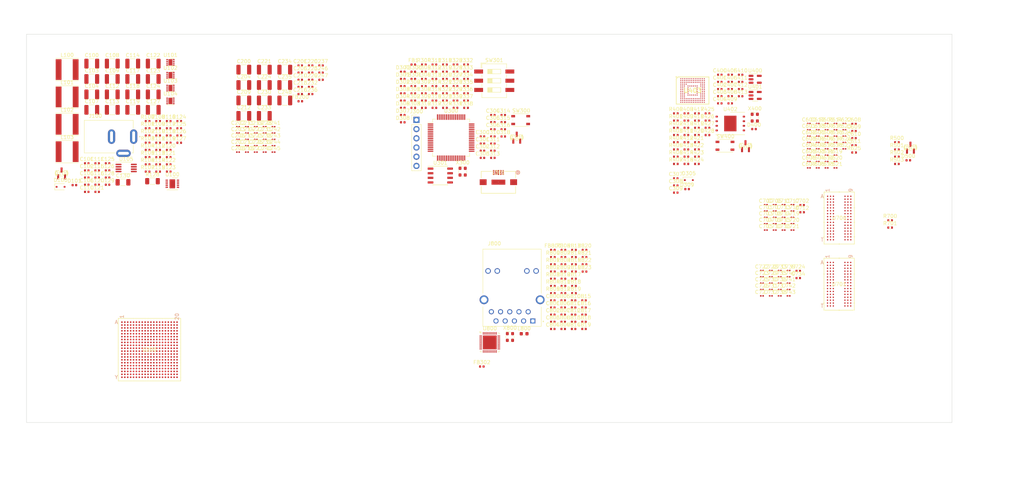
<source format=kicad_pcb>
(kicad_pcb (version 20240108) (generator "pcbnew") (generator_version "8.0")
  (layers (0 "F.Cu" signal) (31 "B.Cu" signal) (34 "B.Paste" user) (35 "F.Paste" user) (36 "B.SilkS" user "B.Silkscreen") (37 "F.SilkS" user "F.Silkscreen") (38 "B.Mask" user) (39 "F.Mask" user) (44 "Edge.Cuts" user))
  (net 0 "")
  (net 1 "VCC")
  (net 2 "GND")
  (net 3 "PWR_EN")
  (net 4 "/[1] Power/EFUSE_SS")
  (net 5 "+5V")
  (net 6 "/[1] Power/PG_1V0")
  (net 7 "+1V0")
  (net 8 "/[1] Power/FB_1V0")
  (net 9 "/[1] Power/PG_1V8")
  (net 10 "+1V8")
  (net 11 "/[1] Power/FB_1V8")
  (net 12 "/[1] Power/PG_1V35")
  (net 13 "+1V35")
  (net 14 "/[1] Power/FB_1V35")
  (net 15 "/[1] Power/PG_3V3")
  (net 16 "+3V3")
  (net 17 "/[1] Power/FB_3V3")
  (net 18 "/[1] Power/DDR_VTT_VDDQ")
  (net 19 "+0V675")
  (net 20 "+0V675_REF")
  (net 21 "GNDPWR")
  (net 22 "VDC")
  (net 23 "/[1] Power/LED_PWR_K")
  (net 24 "/[1] Power/LED_PWR_A")
  (net 25 "/[1] Power/SW_1V0")
  (net 26 "/[1] Power/SW_1V8")
  (net 27 "/[1] Power/SW_1V35")
  (net 28 "/[1] Power/SW_3V3")
  (net 29 "Net-(Q100-G)")
  (net 30 "/[1] Power/EFUSE_VCP")
  (net 31 "/[1] Power/EFUSE_ILIM")
  (net 32 "/[1] Power/EN_1V0")
  (net 33 "/[1] Power/EN_1V8")
  (net 34 "/[1] Power/EN_1V35")
  (net 35 "/[1] Power/EN_3V3")
  (net 36 "/[1] Power/DDR_VTT_EN")
  (net 41 "/[2] Zynq Power/+1V8_PLL")
  (net 42 "Net-(C225-Pad2)")
  (net 68 "/[3] Config, JTAG, Debug/+1V8_FTDI")
  (net 69 "/[3] Config, JTAG, Debug/+5V_USB_B")
  (net 70 "/[3] Config, JTAG, Debug/VUSB_FILT")
  (net 71 "/[3] Config, JTAG, Debug/FTDI_VPLL")
  (net 72 "Net-(U300-VPHY)")
  (net 73 "/[3] Config, JTAG, Debug/FTDI_TX_LED_K")
  (net 74 "/[3] Config, JTAG, Debug/FTDI_TX_LED_A")
  (net 75 "/[3] Config, JTAG, Debug/LED_DONE_K")
  (net 76 "/[3] Config, JTAG, Debug/LED_DONE_A")
  (net 77 "/[3] Config, JTAG, Debug/JTAG_TDI")
  (net 78 "/[3] Config, JTAG, Debug/JTAG_TDO")
  (net 79 "/[3] Config, JTAG, Debug/JTAG_TCK")
  (net 80 "/[3] Config, JTAG, Debug/JTAG_TMS")
  (net 81 "/[3] Config, JTAG, Debug/USB_FTDI_D-")
  (net 82 "/[3] Config, JTAG, Debug/USB_FTDI_D+")
  (net 83 "/[3] Config, JTAG, Debug/FTDI_RX_LED_K")
  (net 84 "/[3] Config, JTAG, Debug/FTDI_RX_LED_A")
  (net 86 "/[3] Config, JTAG, Debug/DONE")
  (net 87 "/[3] Config, JTAG, Debug/TDI")
  (net 88 "/[3] Config, JTAG, Debug/TMS")
  (net 89 "/[3] Config, JTAG, Debug/NINIT")
  (net 90 "/[3] Config, JTAG, Debug/NPROGRAM")
  (net 91 "/[3] Config, JTAG, Debug/TDO")
  (net 92 "/[3] Config, JTAG, Debug/TCK")
  (net 93 "/[3] Config, JTAG, Debug/M0")
  (net 94 "/[4] Zynq Processing System (PS)/MIO_VREF_0V9")
  (net 95 "/[3] Config, JTAG, Debug/M1")
  (net 96 "/[4] Zynq Processing System (PS)/PS_NRST")
  (net 97 "/[3] Config, JTAG, Debug/M2")
  (net 98 "/[4] Zynq Processing System (PS)/EMMC_VDDI")
  (net 99 "/[3] Config, JTAG, Debug/M3")
  (net 100 "/[4] Zynq Processing System (PS)/LED_PS_A")
  (net 101 "/[3] Config, JTAG, Debug/M4")
  (net 102 "/[4] Zynq Processing System (PS)/LED_PS_K")
  (net 103 "Net-(U300-~{RESET})")
  (net 104 "Net-(U301-DO)")
  (net 105 "/[3] Config, JTAG, Debug/FTDI_EEDAT")
  (net 106 "/[3] Config, JTAG, Debug/FTDI_EECLK")
  (net 107 "/[3] Config, JTAG, Debug/FTDI_EECS")
  (net 108 "/[3] Config, JTAG, Debug/FTDI_REF")
  (net 109 "/[3] Config, JTAG, Debug/FTDI_TCK")
  (net 110 "/[3] Config, JTAG, Debug/FTDI_TDI")
  (net 111 "/[3] Config, JTAG, Debug/FTDI_TDO")
  (net 112 "/[3] Config, JTAG, Debug/FTDI_TMS")
  (net 113 "/[3] Config, JTAG, Debug/FTDI_NPOR")
  (net 114 "PS_NPOR")
  (net 115 "/[3] Config, JTAG, Debug/FTDI_TX")
  (net 116 "UART1_RX")
  (net 117 "/[3] Config, JTAG, Debug/FTDI_RX")
  (net 118 "UART1_TX_VCFG1")
  (net 119 "/[3] Config, JTAG, Debug/CLK_12MHZ")
  (net 120 "/[3] Config, JTAG, Debug/FTDI_OSCI")
  (net 149 "/[4] Zynq Processing System (PS)/FET_PS_G")
  (net 150 "QSPI_DQ3_M0")
  (net 151 "QSPI_DQ1_M1")
  (net 152 "QSPI_DQ2_M2")
  (net 153 "QSPI_DQ0_M3")
  (net 154 "FLASH_CLK_M4")
  (net 155 "/[4] Zynq Processing System (PS)/VCFG0")
  (net 156 "/[4] Zynq Processing System (PS)/ETH_TXCLK")
  (net 157 "ETH_PHY_TXCLK")
  (net 158 "/[4] Zynq Processing System (PS)/ETH_TXD0")
  (net 159 "ETH_PHY_TXD0")
  (net 160 "/[4] Zynq Processing System (PS)/ETH_TXD1")
  (net 161 "ETH_PHY_TXD1")
  (net 162 "/[4] Zynq Processing System (PS)/ETH_TXD2")
  (net 163 "ETH_PHY_TXD2")
  (net 164 "/[4] Zynq Processing System (PS)/ETH_TXD3")
  (net 165 "ETH_PHY_TXD3")
  (net 166 "/[4] Zynq Processing System (PS)/ETH_TXCTL")
  (net 167 "ETH_PHY_TXCTL")
  (net 168 "/[4] Zynq Processing System (PS)/PS_LED")
  (net 169 "/[4] Zynq Processing System (PS)/ETH_NRST")
  (net 170 "ETH_NRST_+3V3")
  (net 171 "/[4] Zynq Processing System (PS)/QSPI_NCS")
  (net 172 "/[4] Zynq Processing System (PS)/QSPI_CLK")
  (net 173 "/[4] Zynq Processing System (PS)/FLASH_CLK_M4")
  (net 174 "/[4] Zynq Processing System (PS)/CLK_33M33")
  (net 175 "/[4] Zynq Processing System (PS)/PS_CLK_33M333")
  (net 176 "/[4] Zynq Processing System (PS)/SD_D0")
  (net 177 "/[4] Zynq Processing System (PS)/SD_D1")
  (net 178 "/[4] Zynq Processing System (PS)/SD_D2")
  (net 179 "/[4] Zynq Processing System (PS)/SD_D3")
  (net 180 "/[4] Zynq Processing System (PS)/SD_CMD")
  (net 181 "/[4] Zynq Processing System (PS)/EMMC_NRST")
  (net 182 "/[4] Zynq Processing System (PS)/SD_CLK")
  (net 183 "/[4] Zynq Processing System (PS)/EMMC_CLK")
  (net 184 "MIO43")
  (net 185 "USB_DATA5")
  (net 186 "USB_CLK")
  (net 187 "USB_DATA2")
  (net 188 "USB_DATA0")
  (net 189 "ETH_RXD3")
  (net 190 "ETH_RXD1")
  (net 191 "MIO51")
  (net 192 "MIO48")
  (net 193 "MIO50")
  (net 194 "MIO47")
  (net 195 "MIO45")
  (net 196 "ETH_RXCLK")
  (net 197 "ETH_MDC")
  (net 198 "ETH_MDIO")
  (net 199 "MIO49")
  (net 200 "USB_DIR")
  (net 201 "USB_STP")
  (net 202 "USB_DATA4")
  (net 203 "USB_DATA7")
  (net 204 "ETH_RXD0")
  (net 205 "ETH_RXCTL")
  (net 206 "USB_NRST")
  (net 207 "USB_DATA1")
  (net 208 "MIO46")
  (net 209 "ETH_NINT")
  (net 210 "USB_DATA6")
  (net 211 "USB_NXT")
  (net 212 "USB_DATA3")
  (net 213 "MIO44")
  (net 214 "ETH_RXD2")
  (net 216 "PG_3V3")
  (net 343 "/[5] Zynq Programmable Logic (PL)/LED_PL_K")
  (net 344 "/[5] Zynq Programmable Logic (PL)/LED_PL_A")
  (net 345 "/[5] Zynq Programmable Logic (PL)/FET_PL_G")
  (net 346 "/[5] Zynq Programmable Logic (PL)/NPUDC")
  (net 347 "/[5] Zynq Programmable Logic (PL)/LED_PL")
  (net 348 "DDR_CK_P")
  (net 349 "DDR_CK_N")
  (net 350 "DDR_CKE")
  (net 351 "DDR_NCS")
  (net 352 "DDR_NRAS")
  (net 353 "DDR_NCAS")
  (net 354 "DDR_NWE")
  (net 355 "DDR_BA0")
  (net 356 "DDR_BA1")
  (net 357 "DDR_BA2")
  (net 358 "DDR_A0")
  (net 359 "DDR_A1")
  (net 360 "DDR_A2")
  (net 361 "DDR_A3")
  (net 362 "DDR_A4")
  (net 363 "DDR_A5")
  (net 364 "DDR_A6")
  (net 365 "DDR_A7")
  (net 366 "DDR_A8")
  (net 367 "DDR_A9")
  (net 368 "DDR_A10")
  (net 369 "DDR_A11")
  (net 370 "DDR_A12")
  (net 371 "DDR_A13")
  (net 372 "DDR_A14")
  (net 373 "DDR_ODT")
  (net 374 "DDR_NRST")
  (net 375 "/[6] Zynq DDR Interface & Termination/DDR_VRN")
  (net 376 "/[6] Zynq DDR Interface & Termination/DDR_VRP")
  (net 377 "PL_B35_L24_P")
  (net 379 "PL_CLK_125MHZ")
  (net 380 "PL_B35_L8_N")
  (net 381 "DDR_DQ7")
  (net 382 "PL_B35_L6_P")
  (net 383 "DDR_DQ5")
  (net 384 "PL_B35_L22_P")
  (net 386 "PL_B35_IO25")
  (net 387 "DDR_DQS3_P")
  (net 389 "PL_B34_L10_P")
  (net 390 "DDR_DQ3")
  (net 391 "DDR_DQ27")
  (net 392 "DDR_DQ1")
  (net 394 "DDR_DQS3_N")
  (net 396 "PL_B35_L8_P")
  (net 398 "DDR_DQ12")
  (net 399 "PL_B35_L20_N")
  (net 400 "PL_B35_L7_N")
  (net 403 "DDR_DQ21")
  (net 404 "PL_B35_L23_P")
  (net 405 "DDR_DQS0_N")
  (net 407 "PL_B35_L20_P")
  (net 408 "DDR_DQ10")
  (net 409 "PL_B34_L22_P")
  (net 410 "DDR_DQS2_P")
  (net 411 "DDR_DQ30")
  (net 412 "PL_B34_L15_N")
  (net 413 "DDR_DQS2_N")
  (net 414 "PL_B34_L15_P")
  (net 420 "DDR_DQ19")
  (net 421 "PL_B34_L18_N")
  (net 422 "DDR_DM1")
  (net 423 "PL_B34_L17_P")
  (net 425 "DDR_DM0")
  (net 426 "PL_B35_L3_P")
  (net 429 "PL_B35_L16_N")
  (net 430 "DDR_DQ22")
  (net 431 "PL_B34_L8_P")
  (net 432 "DDR_DQ13")
  (net 435 "PL_B35_L5_P")
  (net 437 "DDR_DQ23")
  (net 438 "DDR_DQ9")
  (net 439 "PL_B34_L11_N")
  (net 440 "PL_B35_L23_N")
  (net 441 "PL_B34_L10_N")
  (net 443 "PL_B34_L16_N")
  (net 444 "DDR_DQ11")
  (net 446 "DDR_DQ20")
  (net 448 "PL_B34_L7_N")
  (net 449 "PL_B34_L22_N")
  (net 450 "PL_B34_L18_P")
  (net 451 "DDR_DQ14")
  (net 453 "PL_B35_L13_N")
  (net 454 "DDR_DQ25")
  (net 455 "DDR_DQ31")
  (net 457 "PL_B34_L11_P")
  (net 458 "PL_B34_L16_P")
  (net 459 "DDR_DQS0_P")
  (net 460 "DDR_DQ0")
  (net 461 "PL_B34_L14_P")
  (net 462 "PL_B34_L4_P")
  (net 465 "DDR_DQS1_P")
  (net 466 "DDR_DQ18")
  (net 467 "DDR_DQ15")
  (net 468 "PL_B35_L14_P")
  (net 469 "PL_B34_L4_N")
  (net 471 "DDR_DQ16")
  (net 472 "PL_B34_L7_P")
  (net 473 "DDR_DM3")
  (net 474 "DDR_DQ26")
  (net 475 "PL_B35_L7_P")
  (net 477 "DDR_DQ29")
  (net 480 "DDR_DQ8")
  (net 485 "DDR_DQS1_N")
  (net 486 "DDR_DQ6")
  (net 487 "DDR_DQ4")
  (net 488 "DDR_DQ17")
  (net 492 "PL_B35_L14_N")
  (net 493 "PL_B34_L17_N")
  (net 494 "DDR_DM2")
  (net 497 "PL_B35_L11_N")
  (net 498 "DDR_DQ24")
  (net 502 "PL_B34_L8_N")
  (net 504 "PL_B35_L22_N")
  (net 506 "PL_B35_L13_P")
  (net 507 "PL_B35_L16_P")
  (net 508 "PL_B35_L9_N")
  (net 511 "PL_B34_L14_N")
  (net 512 "PL_B35_L5_N")
  (net 513 "DDR_DQ28")
  (net 514 "PL_B35_L6_N")
  (net 515 "PL_B35_L9_P")
  (net 516 "PL_B35_L3_N")
  (net 517 "DDR_DQ2")
  (net 528 "/[7] 1GB DDR3L Modules/DDR_ZQ1")
  (net 529 "/[7] 1GB DDR3L Modules/DDR_ZQ2")
  (net 530 "+1V8_ETH")
  (net 531 "+1V0_ETH")
  (net 532 "+3V3_ETH")
  (net 533 "/[8] Gigabit Ethernet/MDI3_P")
  (net 535 "/[8] Gigabit Ethernet/MDI3_N")
  (net 536 "/[8] Gigabit Ethernet/MDI2_P")
  (net 537 "/[8] Gigabit Ethernet/MDI1_N")
  (net 538 "/[8] Gigabit Ethernet/ETH_LED_GR_K")
  (net 539 "/[8] Gigabit Ethernet/MDI1_P")
  (net 540 "/[8] Gigabit Ethernet/MDI0_P")
  (net 541 "/[8] Gigabit Ethernet/ETH_LED_YL_K")
  (net 542 "/[8] Gigabit Ethernet/MDI2_N")
  (net 543 "/[8] Gigabit Ethernet/MDI0_N")
  (net 544 "/[8] Gigabit Ethernet/ETH_REG_OUT")
  (net 545 "/[8] Gigabit Ethernet/ETH_PHY_RXD0")
  (net 546 "/[8] Gigabit Ethernet/ETH_PHY_RXD1")
  (net 547 "/[8] Gigabit Ethernet/ETH_PHY_RXD2")
  (net 548 "/[8] Gigabit Ethernet/ETH_PHY_RXD3")
  (net 549 "/[8] Gigabit Ethernet/ETH_PHY_RXCTL")
  (net 550 "/[8] Gigabit Ethernet/ETH_PHY_RXCLK")
  (net 551 "/[8] Gigabit Ethernet/CLK_25MHZ")
  (net 552 "/[8] Gigabit Ethernet/ETH_CLK_25MHZ")
  (net 553 "/[8] Gigabit Ethernet/ETH_XTAL_IN")
  (net 554 "/[8] Gigabit Ethernet/ETH_CLKOUT")
  (net 555 "/[8] Gigabit Ethernet/ETH_LED0")
  (net 556 "/[8] Gigabit Ethernet/ETH_LED1")
  (net 557 "/[8] Gigabit Ethernet/ETH_LED2")
  (net 558 "/[8] Gigabit Ethernet/ETH_RSET")
  (footprint "Capacitor_SMD:C_1210_3225Metric" (layer "F.Cu") (at 75.685 32.57)
    (property "Reference" "C233")
    (property "Value" "100u")
  )
  (footprint "Capacitor_SMD:C_0402_1005Metric" (layer "F.Cu") (at 88.465 24.59)
    (property "Reference" "C232")
    (property "Value" "4u7")
  )
  (footprint "Package_SON:WSON-8-1EP_8x6mm_P1.27mm_EP3.4x4.3mm" (layer "F.Cu") (at 204.246999 34.684)
    (property "Reference" "U402")
    (property "Value" "W25Q128JVEIQ")
  )
  (footprint "Package_SO:MSOP-8_3x3mm_P0.65mm" (layer "F.Cu") (at 37.578 46.954)
    (property "Reference" "U105")
    (property "Value" "BD3539FVM")
  )
  (footprint "Resistor_SMD:R_0201_0603Metric" (layer "F.Cu") (at 228.3634 45.1788)
    (property "Reference" "R604")
    (property "Value" "49R9")
  )
  (footprint "Capacitor_SMD:C_0402_1005Metric" (layer "F.Cu") (at 158.1434 83.4838)
    (property "Reference" "C805")
    (property "Value" "100n")
  )
  (footprint "ZeBra_footprints:FBGA96_TW_MRN" (layer "F.Cu") (at 234.2646 79.013801)
    (property "Reference" "U701")
    (property "Value" "MT41K256M16TW-107 IT:P")
  )
  (footprint "Inductor_SMD:L_0603_1608Metric" (layer "F.Cu") (at 147.3634 92.6738)
    (property "Reference" "L800")
    (property "Value" "3u3")
  )
  (footprint "Resistor_SMD:R_0402_1005Metric" (layer "F.Cu") (at 192.126999 35.884)
    (property "Reference" "R410")
    (property "Value" "22R")
  )
  (footprint "Oscillator:Oscillator_SMD_ECS_2520MV-xxx-xx-4Pin_2.5x2.0mm" (layer "F.Cu") (at 210.996999 33.064)
    (property "Reference" "X400")
    (property "Value" "ECS-2520MV-333.3-BN-TR")
  )
  (footprint "Capacitor_SMD:C_1210_3225Metric" (layer "F.Cu") (at 75.685 19.82)
    (property "Reference" "C221")
    (property "Value" "100u")
  )
  (footprint "Capacitor_SMD:C_0201_0603Metric" (layer "F.Cu") (at 78.235 37.32)
    (property "Reference" "C242")
    (property "Value" "470n")
  )
  (footprint "Resistor_SMD:R_0201_0603Metric" (layer "F.Cu") (at 230.8134 45.1788)
    (property "Reference" "R612")
    (property "Value" "49R9")
  )
  (footprint "Capacitor_SMD:C_0402_1005Metric" (layer "F.Cu") (at 163.8834 83.4838)
    (property "Reference" "C815")
    (property "Value" "4u7")
  )
  (footprint "Capacitor_SMD:C_0402_1005Metric" (layer "F.Cu") (at 138.74 34.315)
    (property "Reference" "C305")
    (property "Value" "4u7")
  )
  (footprint "Resistor_SMD:R_0402_1005Metric" (layer "F.Cu") (at 158.2034 77.5238)
    (property "Reference" "R810")
    (property "Value" "22R")
  )
  (footprint "Resistor_SMD:R_0201_0603Metric" (layer "F.Cu") (at 228.3634 41.6788)
    (property "Reference" "R602")
    (property "Value" "49R9")
  )
  (footprint "Resistor_SMD:R_0402_1005Metric" (layer "F.Cu") (at 195.036999 45.834)
    (property "Reference" "R424")
    (property "Value" "68K")
  )
  (footprint "Capacitor_SMD:C_0201_0603Metric" (layer "F.Cu") (at 73.335 37.32)
    (property "Reference" "C222")
    (property "Value" "470n")
  )
  (footprint "Capacitor_SMD:C_0201_0603Metric" (layer "F.Cu") (at 212.978 76.9874)
    (property "Reference" "C723")
    (property "Value" "47n")
  )
  (footprint "Capacitor_SMD:C_1210_3225Metric" (layer "F.Cu") (at 39.388 26.654)
    (property "Reference" "C118")
    (property "Value" "22u")
  )
  (footprint "Capacitor_SMD:C_0402_1005Metric" (layer "F.Cu") (at 26.698 47.634)
    (property "Reference" "C102")
    (property "Value" "100n")
  )
  (footprint "Resistor_SMD:R_0201_0603Metric" (layer "F.Cu") (at 235.7134 36.4288)
    (property "Reference" "R623")
    (property "Value" "49R9")
  )
  (footprint "Resistor_SMD:R_0402_1005Metric" (layer "F.Cu") (at 128.43 22.405)
    (property "Reference" "R327")
    (property "Value" "12K")
  )
  (footprint "Capacitor_SMD:C_0402_1005Metric" (layer "F.Cu") (at 189.196999 53.754)
    (property "Reference" "C309")
    (property "Value" "100n")
  )
  (footprint "Capacitor_SMD:C_0402_1005Metric" (layer "F.Cu") (at 163.8834 87.4238)
    (property "Reference" "C817")
    (property "Value" "100n")
  )
  (footprint "Resistor_SMD:R_0402_1005Metric" (layer "F.Cu") (at 189.216999 43.844)
    (property "Reference" "R406")
    (property "Value" "22R")
  )
  (footprint "Capacitor_SMD:C_1210_3225Metric" (layer "F.Cu") (at 70.035 19.82)
    (property "Reference" "C200")
    (property "Value" "100u")
  )
  (footprint "Resistor_SMD:R_0402_1005Metric" (layer "F.Cu") (at 158.2034 73.5438)
    (property "Reference" "R808")
    (property "Value" "22R")
  )
  (footprint "Capacitor_SMD:C_0402_1005Metric" (layer "F.Cu") (at 155.2734 85.4538)
    (property "Reference" "C801")
    (property "Value" "100n")
  )
  (footprint "Resistor_SMD:R_0402_1005Metric" (layer "F.Cu") (at 192.126999 43.844)
    (property "Reference" "R414")
    (property "Value" "100K")
  )
  (footprint "Capacitor_SMD:C_1210_3225Metric" (layer "F.Cu") (at 75.685 24.07)
    (property "Reference" "C224")
    (property "Value" "100u")
  )
  (footprint "Resistor_SMD:R_0402_1005Metric" (layer "F.Cu") (at 155.2934 73.5438)
    (property "Reference" "R801")
    (property "Value" "4K7")
  )
  (footprint "Capacitor_SMD:C_0201_0603Metric" (layer "F.Cu") (at 68.435 40.82)
    (property "Reference" "C207")
    (property "Value" "470n")
  )
  (footprint "Resistor_SMD:R_0402_1005Metric" (layer "F.Cu") (at 122.61 30.365)
    (property "Reference" "R317")
    (property "Value" "DNP_0R")
  )
  (footprint "Resistor_SMD:R_0402_1005Metric" (layer "F.Cu") (at 164.0234 73.5438)
    (property "Reference" "R822")
    (property "Value" "510R")
  )
  (footprint "Inductor_SMD:L_0402_1005Metric" (layer "F.Cu") (at 116.79 18.425)
    (property "Reference" "FB1")
    (property "Value" "120R")
  )
  (footprint "Capacitor_SMD:C_0402_1005Metric" (layer "F.Cu") (at 161.0134 89.3938)
    (property "Reference" "C813")
    (property "Value" "100n")
  )
  (footprint "LED_SMD:LED_0402_1005Metric" (layer "F.Cu") (at 113.885 20.415)
    (property "Reference" "D300")
    (property "Value" "LED_GREEN")
  )
  (footprint "Capacitor_SMD:C_0402_1005Metric" (layer "F.Cu") (at 238.3734 38.7288)
    (property "Reference" "C610")
    (property "Value" "4u7")
  )
  (footprint "Resistor_SMD:R_0402_1005Metric" (layer "F.Cu") (at 46.398 41.984)
    (property "Reference" "R112")
    (property "Value" "100K")
  )
  (footprint "Resistor_SMD:R_0402_1005Metric" (layer "F.Cu") (at 131.34 24.395)
    (property "Reference" "R335")
    (property "Value" "22R")
  )
  (footprint "Resistor_SMD:R_0402_1005Metric" (layer "F.Cu") (at 192.126999 33.894)
    (property "Reference" "R409")
    (property "Value" "22R")
  )
  (footprint "Capacitor_SMD:C_1210_3225Metric" (layer "F.Cu") (at 70.035 32.57)
    (property "Reference" "C212")
    (property "Value" "100u")
  )
  (footprint "Capacitor_SMD:C_0201_0603Metric" (layer "F.Cu") (at 73.335 42.57)
    (property "Reference" "C227")
    (property "Value" "470n")
  )
  (footprint "Resistor_SMD:R_0402_1005Metric" (layer "F.Cu") (at 195.036999 31.904)
    (property "Reference" "R417")
    (property "Value" "12K")
  )
  (footprint "Capacitor_SMD:C_0201_0603Metric" (layer "F.Cu") (at 70.885 40.82)
    (property "Reference" "C217")
    (property "Value" "470n")
  )
  (footprint "Resistor_SMD:R_0402_1005Metric" (layer "F.Cu") (at 128.43 30.365)
    (property "Reference" "R331")
    (property "Value" "22R")
  )
  (footprint "LED_SMD:LED_0402_1005Metric" (layer "F.Cu") (at 192.321999 52.774)
    (property "Reference" "D309")
    (property "Value" "LED_GREEN")
  )
  (footprint "Resistor_SMD:R_0402_1005Metric" (layer "F.Cu") (at 192.126999 39.864)
    (property "Reference" "R412")
    (property "Value" "510R")
  )
  (footprint "Resistor_SMD:R_0402_1005Metric" (layer "F.Cu") (at 197.946999 33.894)
    (property "Reference" "R426")
    (property "Value" "12K")
  )
  (footprint "Capacitor_SMD:C_0201_0603Metric" (layer "F.Cu") (at 216.499 57.079)
    (property "Reference" "C706")
    (property "Value" "47n")
  )
  (footprint "Resistor_SMD:R_0402_1005Metric" (layer "F.Cu") (at 189.216999 39.864)
    (property "Reference" "R404")
    (property "Value" "20K")
  )
  (footprint "Capacitor_SMD:C_0201_0603Metric" (layer "F.Cu") (at 68.435 39.07)
    (property "Reference" "C206")
    (property "Value" "470n")
  )
  (footprint "Capacitor_SMD:C_0402_1005Metric" (layer "F.Cu") (at 158.1434 89.3938)
    (property "Reference" "C808")
    (property "Value" "100n")
  )
  (footprint "Resistor_SMD:R_0402_1005Metric" (layer "F.Cu") (at 155.2934 77.5238)
    (property "Reference" "R803")
    (property "Value" "1K")
  )
  (footprint "Resistor_SMD:R_0402_1005Metric" (layer "F.Cu") (at 46.398 43.974)
    (property "Reference" "R113")
    (property "Value" "12K")
  )
  (footprint "Capacitor_SMD:C_0201_0603Metric" (layer "F.Cu") (at 216.499 58.829)
    (property "Reference" "C707")
    (property "Value" "47n")
  )
  (footprint "Capacitor_SMD:C_1210_3225Metric" (layer "F.Cu") (at 39.388 30.904)
    (property "Reference" "C119")
    (property "Value" "22u")
  )
  (footprint "Resistor_SMD:R_0402_1005Metric" (layer "F.Cu") (at 46.398 39.994)
    (property "Reference" "R111")
    (property "Value" "200K")
  )
  (footprint "Resistor_SMD:R_0402_1005Metric" (layer "F.Cu") (at 49.308 39.994)
    (property "Reference" "R119")
    (property "Value" "100K")
  )
  (footprint "Capacitor_SMD:C_0201_0603Metric" (layer "F.Cu") (at 218.949 58.829)
    (property "Reference" "C713")
    (property "Value" "470n")
  )
  (footprint "Capacitor_SMD:C_0201_0603Metric" (layer "F.Cu") (at 70.885 42.57)
    (property "Reference" "C218")
    (property "Value" "470n")
  )
  (footprint "Resistor_SMD:R_0402_1005Metric" (layer "F.Cu") (at 158.2034 75.5338)
    (property "Reference" "R809")
    (property "Value" "22R")
  )
  (footprint "Resistor_SMD:R_0402_1005Metric" (layer "F.Cu") (at 161.1134 81.5038)
    (property "Reference" "R819")
    (property "Value" "4K7")
  )
  (footprint "ZeBra_footprints:SOIC-8_3.9x4.9mm_P1.27mm" (layer "F.Cu") (at 124.24 49.035)
    (property "Reference" "U301")
    (property "Value" "93LC65B-I/SN")
  )
  (footprint "ZeBra_footprints:HANRUN_HR911130A" (layer "F.Cu") (at 144.0409 80.2638)
    (property "Reference" "J800")
    (property "Value" "HR911130A")
  )
  (footprint "Capacitor_SMD:C_0402_1005Metric" (layer "F.Cu") (at 224.059 57.189)
    (property "Reference" "C702")
    (property "Value" "4u7")
  )
  (footprint "Capacitor_SMD:C_1210_3225Metric" (layer "F.Cu") (at 70.035 28.32)
    (property "Reference" "C209")
    (property "Value" "100u")
  )
  (footprint "Button_Switch_SMD:SW_Push_1P1T_NO_Vertical_Wuerth_434133025816" (layer "F.Cu") (at 146.42 33.735)
    (property "Reference" "SW300")
    (property "Value" "SKRPANE010")
  )
  (footprint "Resistor_SMD:R_0402_1005Metric" (layer "F.Cu") (at 195.036999 43.844)
    (property "Reference" "R423")
    (property "Value" "68K")
  )
  (footprint "Resistor_SMD:R_0402_1005Metric" (layer "F.Cu") (at 192.126999 45.834)
    (property "Reference" "R416")
    (property "Value" "100K")
  )
  (footprint "Package_TO_SOT_SMD:SOT-23-5" (layer "F.Cu") (at 211.096999 22.484)
    (property "Reference" "U400")
    (property "Value" "74LVC1G07")
  )
  (footprint "Resistor_SMD:R_0402_1005Metric" (layer "F.Cu") (at 116.79 28.375)
    (property "Reference" "R302")
    (property "Value" "4K7")
  )
  (footprint "Capacitor_SMD:C_1210_3225Metric" (layer "F.Cu") (at 33.738 30.904)
    (property "Reference" "C113")
    (property "Value" "22u")
  )
  (footprint "Resistor_SMD:R_0402_1005Metric" (layer "F.Cu") (at 52.218 36.014)
    (property "Reference" "R125")
    (property "Value" "12K")
  )
  (footprint "Resistor_SMD:R_0402_1005Metric" (layer "F.Cu") (at 189.216999 35.884)
    (property "Reference" "R402")
    (property "Value" "12K")
  )
  (footprint "Resistor_SMD:R_0201_0603Metric" (layer "F.Cu") (at 230.8134 38.1788)
    (property "Reference" "R608")
    (property "Value" "49R9")
  )
  (footprint "Resistor_SMD:R_0201_0603Metric" (layer "F.Cu") (at 233.2634 38.1788)
    (property "Reference" "R616")
    (property "Value" "49R9")
  )
  (footprint "Capacitor_SMD:C_0201_0603Metric" (layer "F.Cu") (at 218.949 62.329)
    (property "Reference" "C715")
    (property "Value" "47n")
  )
  (footprint "Resistor_SMD:R_0402_1005Metric" (layer "F.Cu") (at 119.7 26.385)
    (property "Reference" "R308")
    (property "Value" "22R")
  )
  (footprint "Resistor_SMD:R_0402_1005Metric" (layer "F.Cu") (at 119.7 22.405)
    (property "Reference" "R306")
    (property "Value" "22R")
  )
  (footprint "Capacitor_SMD:C_1210_3225Metric" (layer "F.Cu") (at 45.038 30.904)
    (property "Reference" "C127")
    (property "Value" "22u")
  )
  (footprint "Capacitor_SMD:C_1210_3225Metric" (layer "F.Cu") (at 28.088 30.904)
    (property "Reference" "C107")
    (property "Value" "22u")
  )
  (footprint "Resistor_SMD:R_0402_1005Metric" (layer "F.Cu") (at 43.488 41.984)
    (property "Reference" "R104")
    (property "Value" "100K")
  )
  (footprint "Capacitor_SMD:C_0402_1005Metric" (layer "F.Cu") (at 204.216999 23.214)
    (property "Reference" "C406")
    (property "Value" "100n")
  )
  (footprint "Resistor_SMD:R_0402_1005Metric" (layer "F.Cu") (at 122.61 24.395)
    (property "Reference" "R314")
    (property "Value" "20K")
  )
  (footprint "Resistor_SMD:R_0201_0603Metric" (layer "F.Cu") (at 233.2634 34.6788)
    (property "Reference" "R614")
    (property "Value" "49R9")
  )
  (footprint "Capacitor_SMD:C_0201_0603Metric" (layer "F.Cu") (at 212.978 82.2374)
    (property "Reference" "C727")
    (property "Value" "47n")
  )
  (footprint "Resistor_SMD:R_0402_1005Metric" (layer "F.Cu") (at 131.34 22.405)
    (property "Reference" "R334")
    (property "Value" "22R")
  )
  (footprint "Capacitor_SMD:C_0402_1005Metric" (layer "F.Cu") (at 88.465 22.62)
    (property "Reference" "C229")
    (property "Value" "4u7")
  )
  (footprint "Resistor_SMD:R_0402_1005Metric" (layer "F.Cu") (at 195.036999 39.864)
    (property "Reference" "R421")
    (property "Value" "68K")
  )
  (footprint "Oscillator:Oscillator_SMD_ECS_2520MV-xxx-xx-4Pin_2.5x2.0mm" (layer "F.Cu") (at 143.4534 93.5738)
    (property "Reference" "X800")
    (property "Value" "ECS-2520MV-250-BN-TR")
  )
  (footprint "Resistor_SMD:R_0201_0603Metric" (layer "F.Cu") (at 228.3634 38.1788)
    (property "Reference" "R600")
    (property "Value" "100R")
  )
  (footprint "Resistor_SMD:R_0402_1005Metric" (layer "F.Cu") (at 128.43 24.395)
    (property "Reference" "R328")
    (property "Value" "12K")
  )
  (footprint "Resistor_SMD:R_0201_0603Metric" (layer "F.Cu") (at 230.8134 36.4288)
    (property "Reference" "R607")
    (property "Value" "49R9")
  )
  (footprint "Resistor_SMD:R_0402_1005Metric" (layer "F.Cu") (at 161.1134 69.5638)
    (property "Reference" "R813")
    (property "Value" "1K")
  )
  (footprint "Capacitor_SMD:C_1210_3225Metric" (layer "F.Cu") (at 81.335 24.07)
    (property "Reference" "C235")
    (property "Value" "100u")
  )
  (footprint "Resistor_SMD:R_0402_1005Metric" (layer "F.Cu") (at 128.43 26.385)
    (property "Reference" "R329")
    (property "Value" "22R")
  )
  (footprint "Diode_SMD:D_SOD-323F" (layer "F.Cu") (at 192.801999 50.304)
    (property "Reference" "D305")
    (property "Value" "PMEG1030EJ,115")
  )
  (footprint "Resistor_SMD:R_0201_0603Metric" (layer "F.Cu") (at 228.3634 39.9288)
    (property "Reference" "R601")
    (property "Value" "49R9")
  )
  (footprint "Resistor_SMD:R_0402_1005Metric" (layer "F.Cu") (at 125.52 18.425)
    (property "Reference" "R318")
    (property "Value" "1K")
  )
  (footprint "Capacitor_SMD:C_0201_0603Metric" (layer "F.Cu") (at 225.9134 36.4288)
    (property "Reference" "C601")
    (property "Value" "47n")
  )
  (footprint "Connector_PinHeader_2.54mm:PinHeader_1x06_P2.54mm_Vertical" (layer "F.Cu") (at 117.66 33.685)
    (property "Reference" "J300")
    (property "Value" "DigilentH2SHeader")
  )
  (footprint "Capacitor_SMD:C_0402_1005Metric" (layer "F.Cu") (at 158.1434 85.4538)
    (property "Reference" "C806")
    (property "Value" "100n")
  )
  (footprint "Capacitor_SMD:C_0201_0603Metric" (layer "F.Cu") (at 221.399 62.329)
    (property "Reference" "C720")
    (property "Value" "47n")
  )
  (footprint "Resistor_SMD:R_0201_0603Metric" (layer "F.Cu") (at 230.8134 34.6788)
    (property "Reference" "R606")
    (property "Value" "49R9")
  )
  (footprint "Capacitor_SMD:C_0402_1005Metric" (layer "F.Cu") (at 141.61 32.345)
    (property "Reference" "C314")
    (property "Value" "100n")
  )
  (footprint "Resistor_SMD:R_0402_1005Metric" (layer "F.Cu") (at 131.34 20.415)
    (property "Reference" "R333")
    (property "Value" "22R")
  )
  (footprint "Capacitor_SMD:C_1210_3225Metric" (layer "F.Cu") (at 45.038 26.654)
    (property "Reference" "C124")
    (property "Value" "22u")
  )
  (footprint "Diode_SMD:D_0402_1005Metric" (layer "F.Cu") (at 113.885 26.385)
    (property "Reference" "D303")
    (property "Value" "CG0402MLU-3.3G")
  )
  (footprint "Resistor_SMD:R_0402_1005Metric" (layer "F.Cu") (at 128.43 18.425)
    (property "Reference" "R325")
    (property "Value" "2K49")
  )
  (footprint "Resistor_SMD:R_0402_1005Metric" (layer "F.Cu") (at 155.2934 81.5038)
    (property "Reference" "R805")
    (property "Value" "1K")
  )
  (footprint "Resistor_SMD:R_0201_0603Metric" (layer "F.Cu") (at 233.2634 36.4288)
    (property "Reference" "R615")
    (property "Value" "49R9")
  )
  (footprint "Resistor_SMD:R_0402_1005Metric" (layer "F.Cu") (at 125.52 26.385)
    (property "Reference" "R322")
    (property "Value" "100K")
  )
  (footprint "Resistor_SMD:R_0402_1005Metric" (layer "F.Cu") (at 43.488 34.024)
    (property "Reference" "R100")
    (property "Value" "100K")
  )
  (footprint "Capacitor_SMD:C_0201_0603Metric" (layer "F.Cu") (at 225.9134 43.4288)
    (property "Reference" "C605")
    (property "Value" "470n")
  )
  (footprint "Capacitor_SMD:C_0201_0603Metric" (layer "F.Cu") (at 68.435 35.57)
    (property "Reference" "C202")
    (property "Value" "470n")
  )
  (footprint "Resistor_SMD:R_0201_0603Metric" (layer "F.Cu") (at 228.3634 46.9288)
    (property "Reference" "R605")
    (property "Value" "49R9")
  )
  (footprint "Capacitor_SMD:C_1210_3225Metric" (layer "F.Cu") (at 28.088 22.404)
    (property "Reference" "C103")
    (property "Value" "22u")
  )
  (footprint "Resistor_SMD:R_0402_1005Metric" (layer "F.Cu") (at 158.2034 79.5138)
    (property "Reference" "R811")
    (property "Value" "22R")
  )
  (footprint "Resistor_SMD:R_0201_0603Metric" (layer "F.Cu") (at 230.8134 41.6788)
    (property "Reference" "R610")
    (property "Value" "49R9")
  )
  (footprint "Resistor_SMD:R_0402_1005Metric" (layer "F.Cu") (at 43.488 39.994)
    (property "Reference" "R103")
    (property "Value" "12K")
  )
  (footprint "Resistor_SMD:R_0402_1005Metric" (layer "F.Cu") (at 158.2034 81.5038)
    (property "Reference" "R812")
    (property "Value" "22R")
  )
  (footprint "Capacitor_SMD:C_0201_0603Metric" (layer "F.Cu") (at 75.785 37.32)
    (property "Reference" "C231")
    (property "Value" "470n")
  )
  (footprint "Resistor_SMD:R_0201_0603Metric" (layer "F.Cu") (at 235.7134 38.1788)
    (property "Reference" "R624")
    (property "Value" "49R9")
  )
  (footprint "Capacitor_SMD:C_0402_1005Metric" (layer "F.Cu") (at 138.74 32.345)
    (property "Reference" "C304")
    (property "Value" "100n")
  )
  (footprint "Capacitor_SMD:C_0402_1005Metric" (layer "F.Cu") (at 91.335 22.62)
    (property "Reference" "C247")
    (property "Value" "4u7")
  )
  (footprint "Diode_SMD:D_0402_1005Metric" (layer "F.Cu") (at 113.885 28.375)
    (property "Reference" "D304")
    (property "Value" "CG0402MLU-3.3G")
  )
  (footprint "Package_DFN_QFN:DFN-8-1EP_2x2mm_P0.5mm_EP1.05x1.75mm" (layer "F.Cu") (at 49.788 17.804)
    (property "Reference" "U101")
    (property "Value" "SY8003ADFC")
  )
  (footprint "Resistor_SMD:R_0402_1005Metric" (layer "F.Cu") (at 158.2034 69.5638)
    (property "Reference" "R806")
    (property "Value" "1K")
  )
  (footprint "Resistor_SMD:R_0402_1005Metric" (layer "F.Cu") (at 49.308 41.984)
    (property "Reference" "R120")
    (property "Value" "12K")
  )
  (footprint "Capacitor_SMD:C_0402_1005Metric" (layer "F.Cu") (at 85.595 18.68)
    (property "Reference" "C201")
    (property "Value" "4u7")
  )
  (footprint "Resistor_SMD:R_0402_1005Metric" (layer "F.Cu") (at 248.3338 63.3984)
    (property "Reference" "R701")
    (property "Value" "240R")
  )
  (footprint "Resistor_SMD:R_0402_1005Metric" (layer "F.Cu") (at 195.036999 33.894)
    (property "Reference" "R418")
    (property "Value" "12K")
  )
  (footprint "Resistor_SMD:R_0402_1005Metric" (layer "F.Cu") (at 238.3934 42.6788)
    (property "Reference" "R625")
    (property "Value" "4K7")
  )
  (footprint "Resistor_SMD:R_0402_1005Metric" (layer "F.Cu") (at 250.2062 43.85)
    (property "Reference" "R502")
    (property "Value" "12K")
  )
  (footprint "Capacitor_SMD:C_0402_1005Metric" (layer "F.Cu") (at 85.595 24.59)
    (property "Reference" "C213")
    (property "Value" "4u7")
  )
  (footprint "Capacitor_SMD:C_0201_0603Metric" (layer "F.Cu") (at 214.049 64.079)
    (property "Reference" "C705")
    (property "Value" "47n")
  )
  (footprint "Capacitor_SMD:C_0402_1005Metric" (layer "F.Cu") (at 204.216999 29.124)
    (property "Reference" "C409")
    (property "Value" "100n")
  )
  (footprint "Package_DFN_QFN:DFN-10-1EP_3x3mm_P0.5mm_EP1.55x2.48mm" (layer "F.Cu") (at 50.318 51.324)
    (property "Reference" "U100")
    (property "Value" "LS1205EVD33")
  )
  (footprint "Resistor_SMD:R_0201_0603Metric" (layer "F.Cu") (at 228.3634 43.4288)
    (property "Reference" "R603")
    (property "Value" "49R9")
  )
  (footprint "Capacitor_SMD:C_0402_1005Metric" (layer "F.Cu") (at 91.335 18.68)
    (property "Reference" "C237")
    (property "Value" "4u7")
  )
  (footprint "Capacitor_SMD:C_0201_0603Metric" (layer "F.Cu") (at 221.399 58.829)
    (property "Reference" "C718")
    (property "Value" "47n")
  )
  (footprint "LED_SMD:LED_0402_1005Metric" (layer "F.Cu") (at 253.3512 44.83)
    (property "Reference" "D500")
    (property "Value" "LED_GREEN")
  )
  (footprint "Resistor_SMD:R_0402_1005Metric" (layer "F.Cu") (at 197.946999 37.874)
    (property "Reference" "R428")
    (property "Value" "DNP_0R")
  )
  (footprint "Capacitor_SMD:C_0201_0603Metric" (layer "F.Cu") (at 228.3634 36.4288)
    (property "Reference" "C613")
    (property "Value" "47n")
  )
  (footprint "Resistor_SMD:R_0402_1005Metric" (layer "F.Cu") (at 122.61 28.375)
    (property "Reference" "R316")
    (property "Value" "20K")
  )
  (footprint "Resistor_SMD:R_0402_1005Metric" (layer "F.Cu") (at 131.34 30.365)
    (property "Reference" "R338")
    (property "Value" "22R")
  )
  (footprint "Resistor_SMD:R_0402_1005Metric" (layer "F.Cu") (at 122.61 20.415)
    (property "Reference" "R312")
    (property "Value" "20K")
  )
  (footprint "Capacitor_SMD:C_0402_1005Metric" (layer "F.Cu") (at 26.698 45.664)
    (property "Reference" "C101")
    (property "Value" "100n")
  )
  (footprint "Capacitor_SMD:C_0402_1005Metric" (layer "F.Cu") (at 32.438 45.664)
    (property "Reference" "C125")
    (property "Value" "4u7")
  )
  (footprint "Resistor_SMD:R_0402_1005Metric" (layer "F.Cu") (at 155.2934 71.5538)
    (property "Reference" "R800")
    (property "Value" "4K7")
  )
  (footprint "Resistor_SMD:R_0402_1005Metric" (layer "F.Cu") (at 189.216999 33.894)
    (property "Reference" "R401")
    (property "Value" "12K")
  )
  (footprint "Capacitor_SMD:C_0201_0603Metric" (layer "F.Cu") (at 215.428 76.9874)
    (property "Reference" "C729")
    (property "Value" "47n")
  )
  (footprint "Resistor_SMD:R_0402_1005Metric" (layer "F.Cu") (at 192.126999 31.904)
    (property "Reference" "R408")
    (property "Value" "22R")
  )
  (footprint "Capacitor_SMD:C_0201_0603Metric" (layer "F.Cu") (at 73.335 39.07)
    (property "Reference" "C225")
    (property "Value" "470n")
  )
  (footprint "Capacitor_SMD:C_0201_0603Metric" (layer "F.Cu") (at 78.235 39.07)
    (property "Reference" "C243")
    (property "Value" "470n")
  )
  (footprint "Capacitor_SMD:C_0201_0603Metric" (layer "F.Cu") (at 215.428 80.4874)
    (property "Reference" "C731")
    (property "Value" "47n")
  )
  (footprint "Resistor_SMD:R_0402_1005Metric" (layer "F.Cu") (at 250.2062 45.84)
    (property "Reference" "R503")
    (property "Value" "510R")
  )
  (footprint "Capacitor_SMD:C_0402_1005Metric" (layer "F.Cu") (at 32.438 51.574)
    (property "Reference" "C129")
    (property "Value" "4u7")
  )
  (footprint "Capacitor_SMD:C_0402_1005Metric" (layer "F.Cu") (at 163.8834 89.3938)
    (property "Reference" "C818")
    (property "Value" "100n")
  )
  (footprint "Capacitor_SMD:C_0402_1005Metric" (layer "F.Cu") (at 201.346999 27.154)
    (property "Reference" "C403")
    (property "Value" "100n")
  )
  (footprint "Capacitor_SMD:C_0201_0603Metric" (layer "F.Cu") (at 215.428 82.2374)
    (property "Reference" "C732")
    (property "Value" "47n")
  )
  (footprint "Capacitor_SMD:C_0201_0603Metric" (layer "F.Cu") (at 73.335 40.82)
    (property "Reference" "C226")
    (property "Value" "470n")
  )
  (footprint "Resistor_SMD:R_0402_1005Metric" (layer "F.Cu") (at 46.398 38.004)
    (property "Reference" "R110")
    (property "Value" "12K")
  )
  (footprint "Capacitor_SMD:C_1210_3225Metric" (layer "F.Cu") (at 81.335 28.32)
    (property "Reference" "C248")
    (property "Value" "100u")
  )
  (footprint "Capacitor_SMD:C_0402_1005Metric" (layer "F.Cu") (at 201.346999 23.214)
    (property "Reference" "C401")
    (property "Value" "100n")
  )
  (footprint "Resistor_SMD:R_0402_1005Metric" (layer "F.Cu") (at 43.488 47.954)
    (property "Reference" "R107")
    (property "Value" "100K")
  )
  (footprint "Resistor_SMD:R_0402_1005Metric" (layer "F.Cu") (at 43.488 43.974)
    (property "Reference" "R105")
    (property "Value" "12K")
  )
  (footprint "Package_DFN_QFN:DFN-8-1EP_2x2mm_P0.5mm_EP1.05x1.75mm" (layer "F.Cu") (at 49.788 21.354)
    (property "Reference" "U102")
    (property "Value" "SY8003ADFC")
  )
  (footprint "Resistor_SMD:R_0402_1005Metric" (layer "F.Cu") (at 122.61 22.405)
    (property "Reference" "R313")
    (property "Value" "1K")
  )
  (footprint "Resistor_SMD:R_0402_1005Metric" (layer "F.Cu") (at 250.2062 39.87)
    (property "Reference" "R500")
    (property "Value" "1K")
  )
  (footprint "Resistor_SMD:R_0402_1005Metric" (layer "F.Cu") (at 125.52 24.395)
    (property "Reference" "R321")
    (property "Value" "1K")
  )
  (footprint "ZeBra_footprints:BGA153C50P14X14_900X750X80" (layer "F.Cu") (at 193.836999 25.584)
    (property "Reference" "U403")
    (property "Value" "S40FC004C1B2C00000" (hide yes))
  )
  (footprint "Capacitor_SMD:C_0201_0603Metric" (layer "F.Cu") (at 220.328 80.4874)
    (property "Reference" "C742")
    (property "Value" "47n")
  )
  (footprint "Capacitor_SMD:C_0402_1005Metric" (layer "F.Cu") (at 85.595 22.62)
    (property "Reference" "C210")
    (property "Value" "4u7")
  )
  (footprint "Resistor_SMD:R_0402_1005Metric" (layer "F.Cu") (at 49.308 43.974)
    (property "Reference" "R121")
    (property "Value" "435K")
  )
  (footprint "Capacitor_SMD:C_0201_0603Metric" (layer "F.Cu") (at 220.328 75.2374)
    (property "Reference" "C739")
    (property "Value" "47n")
  )
  (footprint "ZeBra_footprints:GRAVITECH_CON-SOCJ-2155" (layer "F.Cu") (at 33.538 38.304)
    (property "Reference" "J100")
    (property "Value" "CON-SOCJ-2155")
  )
  (footprint "Resistor_SMD:R_0402_1005Metric" (layer "F.Cu") (at 122.61 18.425)
    (property "Reference" "R311")
    (property "Value" "1K")
  )
  (footprint "Resistor_SMD:R_0201_0603Metric" (layer "F.Cu") (at 233.2634 45.1788)
    (property "Reference" "R620")
    (property "Value" "49R9")
  )
  (footprint "Inductor_SMD:L_0402_1005Metric" (layer "F.Cu") (at 155.2934 69.5638)
    (property "Reference" "FB800")
    (property "Value" "120R")
  )
  (footprint "Resistor_SMD:R_0402_1005Metric" (layer "F.Cu") (at 195.036999 41.854)
    (property "Reference" "R422")
    (property "Value" "68K")
  )
  (footprint "Capacitor_SMD:C_0201_0603Metric" (layer "F.Cu") (at 73.335 35.57)
    (property "Reference" "C219")
    (property "Value" "470n")
  )
  (footprint "Capacitor_SMD:C_0402_1005Metric" (layer "F.Cu") (at 88.465 20.65)
    (property "Reference" "C223")
    (property "Value" "4u7")
  )
  (footprint "Resistor_SMD:R_0402_1005Metric" (layer "F.Cu") (at 164.0234 71.5538)
    (property "Reference" "R821")
    (property "Value" "2K49")
  )
  (footprint "Resistor_SMD:R_0201_0603Metric" (layer "F.Cu") (at 230.8134 39.9288)
    (property "Reference" "R609")
    (property "Value" "49R9")
  )
  (footprint "Capacitor_SMD:C_0201_0603Metric" (layer "F.Cu") (at 216.499 62.329)
    (property "Reference" "C709")
    (property "Value" "47n")
  )
  (footprint "Diode_SMD:D_0402_1005Metric" (layer "F.Cu") (at 113.885 32.355)
    (property "Reference" "D307")
    (property "Value" "CG0402MLU-3.3G")
  )
  (footprint "ZeBra_footprints:SOT23_TOS" (layer "F.Cu") (at 145.323 38.5912)
    (property "Reference" "Q300")
    (property "Value" "T2N7002AK,LM")
  )
  (footprint "Capacitor_SMD:C_0402_1005Metric" (layer "F.Cu") (at 189.196999 51.784)
    (property "Reference" "C308")
    (property "Value" "100n")
  )
  (footprint "Resistor_SMD:R_0402_1005Metric" (layer "F.Cu") (at 161.1134 75.5338)
    (property "Reference" "R816")
    (property "Value" "22R")
  )
  (footprint "Capacitor_SMD:C_0201_0603Metric" (layer "F.Cu") (at 225.9134 34.6788)
    (property "Reference" "C600")
    (property "Value" "47n")
  )
  (footprint "Resistor_SMD:R_0402_1005Metric" (layer "F.Cu") (at 116.79 24.395)
    (property "Reference" "R300")
    (property "Value" "4K7")
  )
  (footprint "Resistor_SMD:R_0402_1005Metric" (layer "F.Cu") (at 128.43 20.415)
    (property "Reference" "R326")
    (property "Value" "12K")
  )
  (footprint "Capacitor_SMD:C_0201_0603Metric" (layer "F.Cu") (at 221.399 60.579)
    (property "Reference" "C719")
    (property "Value" "47n")
  )
  (footprint "Capacitor_SMD:C_0201_0603Metric" (layer "F.Cu") (at 68.435 37.32)
    (property "Reference" "C203")
    (property "Value" "470n")
  )
  (footprint "Capacitor_SMD:C_0402_1005Metric" (layer "F.Cu") (at 26.698 51.574)
    (property "Reference" "C106")
    (property "Value" "22p")
  )
  (footprint "Resistor_SMD:R_0402_1005Metric" (layer "F.Cu") (at 131.34 26.385)
    (property "Reference" "R336")
    (property "Value" "510R")
  )
  (footprint "Resistor_SMD:R_0201_0603Metric" (layer "F.Cu") (at 230.8134 46.9288)
    (property "Reference" "R613")
    (property "Value" "49R9")
  )
  (footprint "Capacitor_SMD:C_1206_3216Metric" (layer "F.Cu") (at 36.698 50.904)
    (property "Reference" "C130")
    (property "Value" "1n")
  )
  (footprint "Resistor_SMD:R_0201_0603Metric" (layer "F.Cu") (at 235.7134 41.6788)
    (property "Reference" "R627")
    (property "Value" "100R")
  )
  (footprint "Capacitor_SMD:C_0201_0603Metric" (layer "F.Cu") (at 78.235 42.57)
    (property "Reference" "C245")
    (property "Value" "470n")
  )
  (footprint "Capacitor_SMD:C_0402_1005Metric" (layer "F.Cu") (at 189.196999 49.814)
    (property "Reference" "C307")
    (property "Value" "100n")
  )
  (footprint "Capacitor_SMD:C_0402_1005Metric" (layer "F.Cu") (at 224.059 59.159)
    (property "Reference" "C712")
    (property "Value" "4u7")
  )
  (footprint "Inductor_SMD:L_0402_1005Metric" (layer "F.Cu") (at 116.79 20.415)
    (property "Reference" "FB300")
    (property "Value" "120R")
  )
  (footprint "Resistor_SMD:R_0402_1005Metric" (layer "F.Cu") (at 189.216999 41.854)
    (property "Reference" "R405")
    (property "Value" "20K")
  )
  (footprint "Resistor_SMD:R_0402_1005Metric" (layer "F.Cu") (at 52.218 34.024)
    (property "Reference" "R124")
    (property "Value" "12K")
  )
  (footprint "Package_QFP:LQFP-64_10x10mm_P0.5mm" (layer "F.Cu") (at 127.21 38.585)
    (property "Reference" "U300")
    (property "Value" "FT2232HL")
  )
  (footprint "Resistor_SMD:R_0402_1005Metric" (layer "F.Cu") (at 46.398 34.024)
    (property "Reference" "R108")
    (property "Value" "12K")
  )
  (footprint "Capacitor_SMD:C_0201_0603Metric" (layer "F.Cu") (at 228.3634 34.6788)
    (property "Reference" "C612")
    (property "Value" "47n")
  )
  (footprint "Resistor_SMD:R_0402_1005Metric" (layer "F.Cu") (at 119.7 20.415)
    (property "Reference" "R305")
    (property "Value" "22R")
  )
  (footprint "Capacitor_SMD:C_0201_0603Metric" (layer "F.Cu") (at 220.328 76.9874)
    (property "Reference" "C740")
    (property "Value" "47n")
  )
  (footprint "Resistor_SMD:R_0402_1005Metric" (layer "F.Cu") (at 250.2062 41.86)
    (property "Reference" "R501")
    (property "Value" "100K")
  )
  (footprint "Package_DFN_QFN:DFN-8-1EP_2x2mm_P0.5mm_EP1.05x1.75mm" (layer "F.Cu") (at 49.788 24.904)
    (property "Reference" "U103")
    (property "Value" "SY8003ADFC")
  )
  (footprint "Resistor_SMD:R_0402_1005Metric" (layer "F.Cu") (at 189.216999 45.834)
    (property "Reference" "R407")
    (property "Value" "22R")
  )
  (footprint "Capacitor_SMD:C_0201_0603Metric" (layer "F.Cu") (at 220.328 82.2374)
    (property "Reference" "C743")
    (property "Value" "47n")
  )
  (footprint "Resistor_SMD:R_0402_1005Metric" (layer "F.Cu") (at 52.218 39.994)
    (property "Reference" "R127")
    (property "Value" "1K")
  )
  (footprint "Capacitor_SMD:C_0402_1005Metric" (layer "F.Cu") (at 26.698 49.604)
    (property "Reference" "C105")
    (property "Value" "100n")
  )
  (footprint "Resistor_SMD:R_0402_1005Metric" (layer "F.Cu") (at 158.2034 71.5538)
    (property "Reference" "R807")
    (property "Value" "22R")
  )
  (footprint "Capacitor_SMD:C_1210_3225Metric" (layer "F.Cu") (at 75.685 28.32)
    (property "Reference" "C230")
    (property "Value" "100u")
  )
  (footprint "Capacitor_SMD:C_0402_1005Metric" (layer "F.Cu") (at 85.595 26.56)
    (property "Reference" "C216")
    (property "Value" "4u7")
  )
  (footprint "Resistor_SMD:R_0402_1005Metric" (layer "F.Cu") (at 46.398 36.014)
    (property "Reference" "R109")
    (property "Value" "100K")
  )
  (footprint "Inductor_SMD:L_Taiyo-Yuden_NR-60xx" (layer "F.Cu") (at 21.288 27.354)
    (property "Reference" "L101")
    (property "Value" "2u2")
  )
  (footprint "Resistor_SMD:R_0402_1005Metric" (layer "F.Cu") (at 161.1134 73.5438)
    (property "Reference" "R815")
    (property "Value" "22R")
  )
  (footprint "Resistor_SMD:R_0402_1005Metric" (layer "F.Cu") (at 122.61 26.385)
    (property "Reference" "R315")
    (property "Value" "1K")
  )
  (footprint "Capacitor_SMD:C_0201_0603Metric" (layer "F.Cu") (at 215.428 78.7374)
    (property "Reference" "C730")
    (property "Value" "47n")
  )
  (footprint "Capacitor_SMD:C_0402_1005Metric" (layer "F.Cu") (at 29.568 53.544)
    (property "Reference" "C121")
    (property "Value" "22p")
  )
  (footprint "Package_DFN_QFN:DFN-8-1EP_2x2mm_P0.5mm_EP1.05x1.75mm" (layer "F.Cu") (at 49.788 28.454)
    (property "Reference" "U104")
    (property "Value" "SY8003ADFC")
  )
  (footprint "Resistor_SMD:R_0402_1005Metric" (layer "F.Cu") (at 125.52 20.415)
    (property "Reference" "R319")
    (property "Value" "20K")
  )
  (footprint "Resistor_SMD:R_0402_1005Metric" (layer "F.Cu") (at 119.7 24.395)
    (property "Reference" "R307")
    (property "Value" "22R")
  )
  (footprint "Capacitor_SMD:C_0201_0603Metric" (layer "F.Cu") (at 225.9134 39.9288)
    (property "Reference" "C603")
    (property "Value" "47n")
  )
  (footprint "Capacitor_SMD:C_0201_0603Metric" (layer "F.Cu") (at 75.785 35.57)
    (property "Reference" "C228")
    (property "Value" "470n")
  )
  (footprint "Resistor_SMD:R_0402_1005Metric" (layer "F.Cu") (at 119.7 30.365)
    (property "Reference" "R310")
    (property "Value" "20K")
  )
  (footprint "Resistor_SMD:R_0402_1005Metric" (layer "F.Cu") (at 248.3338 61.4084)
    (property "Reference" "R700")
    (property "Value" "240R")
  )
  (footprint "Resistor_SMD:R_0201_0603Metric" (layer "F.Cu") (at 233.2634 46.9288)
    (property "Reference" "R621")
    (property "Value" "49R9")
  )
  (footprint "Capacitor_SMD:C_0402_1005Metric" (layer "F.Cu") (at 204.216999 25.184)
    (property "Reference" "C407")
    (property "Value" "100n")
  )
  (footprint "Capacitor_SMD:C_0201_0603Metric" (layer "F.Cu") (at 221.399 57.079)
    (property "Reference" "C717")
    (property "Value" "47n")
  )
  (footprint "ZeBra_footprints:SOT23_TOS" (layer "F.Cu") (at 253.9392 41.3562)
    (property "Reference" "Q500")
    (property "Value" "T2N7002AK,LM")
  )
  (footprint "Inductor_SMD:L_Taiyo-Yuden_NR-60xx" (layer "F.Cu") (at 21.288 19.804)
    (property "Reference" "L100")
    (property "Value" "2u2")
  )
  (footprint "Capacitor_SMD:C_0402_1005Metric" (layer "F.Cu") (at 238.3734 34.7888)
    (property "Reference" "C608")
    (property "Value" "4u7")
  )
  (footprint "Capacitor_SMD:C_0402_1005Metric" (layer "F.Cu") (at 91.335 20.65)
    (property "Reference" "C246")
    (property "Value" "4u7")
  )
  (footprint "Capacitor_SMD:C_0201_0603Metric" (layer "F.Cu") (at 218.949 60.579)
    (property "Reference" "C714")
    (property "Value" "47n")
  )
  (footprint "Package_DFN_QFN:QFN-40-1EP_5x5mm_P0.4mm_EP3.8x3.8mm" (layer "F.Cu") (at 137.8934 95.0738)
    (property "Reference" "U800")
    (property "Value" "RTL8211F-CG")
  )
  (footprint "Diode_SMD:D_0402_1005Metric" (layer "F.Cu") (at 113.885 30.365)
    (property "Reference" "D306")
    (property "Value" "CG0402MLU-3.3G")
  )
  (footprint "Capacitor_SMD:C_1210_3225Metric" (layer "F.Cu") (at 70.035 24.07)
    (property "Reference" "C204")
    (property "Value" "100u")
  )
  (footprint "Capacitor_SMD:C_0402_1005Metric" (layer "F.Cu") (at 32.438 49.604)
    (property "Reference" "C128")
    (property "Value" "4u7")
  )
  (footprint "Resistor_SMD:R_0402_1005Metric" (layer "F.Cu") (at 131.34 18.425)
    (property "Reference" "R332")
    (property "Value" "22R")
  )
  (footprint "Resistor_SMD:R_0402_1005Metric" (layer "F.Cu") (at 155.2934 79.5138)
    (property "Reference" "R804")
    (property "Value" "4K7")
  )
  (footprint "Capacitor_SMD:C_0402_1005Metric" (layer "F.Cu") (at 138.74 36.285)
    (property "Reference" "C306")
    (property "Value" "100n")
  )
  (footprint "Capacitor_SMD:C_0402_1005Metric" (layer "F.Cu") (at 238.3734 36.7588)
    (property "Reference" "C609")
    (property "Value" "4u7")
  )
  (footprint "Capacitor_SMD:C_0201_0603Metric" (layer "F.Cu") (at 212.978 80.4874)
    (property "Reference" "C726")
    (property "Value" "47n")
  )
  (footprint "Resistor_SMD:R_0201_0603Metric" (layer "F.Cu") (at 235.7134 39.9288)
    (property "Reference" "R626")
    (property "Value" "100R")
  )
  (footprint "Capacitor_SMD:C_0402_1005Metric" (layer "F.Cu") (at 88.465 18.68)
    (property "Reference" "C220")
    (property "Value" "4u7")
  )
  (footprint "Resistor_SMD:R_0402_1005Metric" (layer "F.Cu") (at 189.216999 37.874)
    (property "Reference" "R403")
    (property "Value" "4K7")
  )
  (footprint "Capacitor_SMD:C_0201_0603Metric" (layer "F.Cu") (at 221.399 64.079)
    (property "Reference" "C721")
    (property "Value" "47n")
  )
  (footprint "Capacitor_SMD:C_0201_0603Metric" (layer "F.Cu") (at 214.049 57.079)
    (property "Reference" "C700")
    (property "Value" "47n")
  )
  (footprint "Inductor_SMD:L_0402_1005Metric" (layer "F.Cu") (at 116.79 22.405)
    (property "Reference" "FB301")
    (property "Value" "120R")
  )
  (footprint "Capacitor_SMD:C_0402_1005Metric" (layer "F.Cu") (at 88.465 26.56)
    (property "Reference" "C236")
    (property "Value" "4u7")
  )
  (footprint "Capacitor_SMD:C_0402_1005Metric" (layer "F.Cu") (at 204.216999 27.154)
    (property "Reference" "C408")
    (property "Value" "4u7")
  )
  (footprint "Resistor_SMD:R_0402_1005Metric" (layer "F.Cu") (at 155.2934 75.5338)
    (property "Reference" "R802")
    (property "Value" "DNP_4K7")
  )
  (footprint "LED_SMD:LED_0402_1005Metric" (layer "F.Cu") (at 210.781999 36.214)
    (property "Reference" "D400")
    (property "Value" "LED_GREEN")
  )
  (footprint "ZeBra_footprints:CLG400_XIL" (layer "F.Cu") (at 44.0072 97.0788)
    (property "Reference" "U200")
    (property "Value" "XC7Z010-2CLG400I")
  )
  (footprint "Resistor_SMD:R_0402_1005Metric" (layer "F.Cu") (at 49.308 38.004)
    (property "Reference" "R118")
    (property "Value" "12K")
  )
  (footprint "Capacitor_SMD:C_0402_1005Metric" (layer "F.Cu") (at 155.2734 87.4238)
    (property "Reference" "C802")
    (property "Value" "100n")
  )
  (footprint "Resistor_SMD:R_0201_0603Metric" (layer "F.Cu") (at 233.2634 43.4288)
    (property "Reference" "R619")
    (property "Value" "49R9")
  )
  (footprint "Resistor_SMD:R_0402_1005Metric" (layer "F.Cu") (at 197.946999 31.904)
    (property "Reference" "R425")
    (property "Value" "12K")
  )
  (footprint "Capacitor_SMD:C_0402_1005Metric" (layer "F.Cu") (at 207.086999 23.214)
    (property "Reference" "C411")
    (property "Value" "4u7")
  )
  (footprint "Capacitor_SMD:C_0402_1005Metric" (layer "F.Cu") (at 207.086999 21.244)
    (property "Reference" "C410")
    (property "Value" "4u7")
  )
  (footprint "Resistor_SMD:R_0402_1005Metric" (layer "F.Cu") (at 49.308 45.964)
    (property "Reference" "R122")
    (property "Value" "100K")
  )
  (footprint "Capacitor_SMD:C_0402_1005Metric" (layer "F.Cu") (at 141.61 36.285)
    (property "Reference" "C316")
    (property "Value" "100n")
  )
  (footprint "Capacitor_SMD:C_1210_3225Metric" (layer "F.Cu") (at 81.335 19.82)
    (property "Reference" "C234")
    (property "Value" "100u")
  )
  (footprint "Capacitor_SMD:C_0201_0603Metric" (layer "F.Cu") (at 70.885 39.07)
    (property "Reference" "C215")
    (property "Value" "470n")
  )
  (footprint "Capacitor_SMD:C_0402_1005Metric" (layer "F.Cu") (at 135.87 38.255)
    (property "Reference" "C300")
    (property "Value" "100n")
  )
  (footprint "ZeBra_footprints:FBGA96_TW_MRN" (layer "F.Cu") (at 234.2896 60.7568)
    (property "Reference" "U700")
    (property "Value" "MT41K256M16TW-107 IT:P")
  )
  (footprint "Capacitor_SMD:C_0201_0603Metric" (layer "F.Cu") (at 78.235 35.57)
    (property "Reference" "C241")
    (property "Value" "470n")
  )
  (footprint "ZeBra_footprints:SOT23_TOS" (layer "F.Cu") (at 19.758 48.454)
    (property "Reference" "Q100")
    (property "Value" "T2N7002AK,LM")
  )
  (footprint "Capacitor_SMD:C_0402_1005Metric" (layer "F.Cu") (at 141.61 34.315)
    (property "Reference" "C315")
    (property "Value" "4u7")
  )
  (footprint "Resistor_SMD:R_0402_1005Metric" (layer "F.Cu") (at 131.34 28.375)
    (property "Reference" "R337")
    (property "Value" "510R")
  )
  (footprint "Capacitor_SMD:C_0402_1005Metric" (layer "F.Cu") (at 138.74 44.165)
    (property "Reference" "C313")
    (property "Value" "100n")
  )
  (footprint "Resistor_SMD:R_0402_1005Metric" (layer "F.Cu") (at 116.79 30.365)
    (property "Reference" "R303")
    (property "Value" "4K7")
  )
  (footprint "Capacitor_SMD:C_0201_0603Metric" (layer "F.Cu") (at 214.049 60.579)
    (property "Reference" "C703")
    (property "Value" "470n")
  )
  (footprint "Capacitor_SMD:C_0201_0603Metric" (layer "F.Cu") (at 225.9134 45.1788)
    (property "Reference" "C606")
    (property "Value" "470n")
  )
  (footprint "Resistor_SMD:R_0402_1005Metric" (layer "F.Cu") (at 125.52 30.365)
    (property "Reference" "R324")
    (property "Value" "12K")
  )
  (footprint "Resistor_SMD:R_0201_0603Metric" (layer "F.Cu") (at 233.2634 39.9288)
    (property "Reference" "R617")
    (property "Value" "49R9")
  )
  (footprint "Resistor_SMD:R_0402_1005Metric" (layer "F.Cu") (at 189.216999 31.904)
    (property "Reference" "R400")
    (property "Value" "12K")
  )
  (footprint "Capacitor_SMD:C_0201_0603Metric" (layer "F.Cu") (at 214.049 62.329)
    (property "Reference" "C704")
    (property "Value" "47n")
  )
  (footprint "Capacitor_SMD:C_0201_0603Metric" (layer "F.Cu") (at 75.785 40.82)
    (property "Reference" "C239")
    (property "Value" "470n")
  )
  (footprint "Resistor_SMD:R_0402_1005Metric" (layer "F.Cu") (at 46.398 45.964)
    (property "Reference" "R114")
    (property "Value" "100K")
  )
  (footprint "Capacitor_SMD:C_0402_1005Metric" (layer "F.Cu") (at 32.438 47.634)
    (property "Reference" "C126")
    (property "Value" "4u7")
  )
  (footprint "Capacitor_SMD:C_0402_1005Metric" (layer "F.Cu") (at 163.8834 85.4538)
    (property "Reference" "C816")
    (property "Value" "4u7")
  )
  (footprint "Resistor_SMD:R_0402_1005Metric" (layer "F.Cu") (at 195.036999 35.884)
    (property "Reference" "R419")
    (property "Value" "22R")
  )
  (footprint "Capacitor_SMD:C_0201_0603Metric" (layer "F.Cu") (at 217.878 78.7374)
    (property "Reference" "C736")
    (property "Value" "47n")
  )
  (footprint "Capacitor_SMD:C_0402_1005Metric" (layer "F.Cu") (at 222.988 75.3474)
    (property "Reference" "C724")
    (property "Value" "4u7")
  )
  (footprint "Capacitor_SMD:C_0402_1005Metric" (layer "F.Cu") (at 138.74 40.225)
    (property "Reference" "C311")
    (property "Value" "100n")
  )
  (footprint "Capacitor_SMD:C_0402_1005Metric" (layer "F.Cu") (at 161.0134 85.4538)
    (property "Reference" "C811")
    (property "Value" "100n")
  )
  (footprint "Capacitor_SMD:C_1210_3225Metric" (layer "F.Cu") (at 33.738 18.154)
    (property "Reference" "C108")
    (property "Value" "22u")
  )
  (footprint "Capacitor_SMD:C_0402_1005Metric" (layer "F.Cu") (at 135.87 44.165)
    (property "Reference" "C303")
    (property "Value" "4u7")
  )
  (footprint "ZeBra_footprints:SOT23_TOS" (layer "F.Cu") (at 208.429999 40.9402)
    (property "Reference" "Q400")
    (property "Value" "T2N7002AK,LM")
  )
  (footprint "Capacitor_SMD:C_0201_0603Metric" (layer "F.Cu") (at 78.235 40.82)
    (property "Reference" "C244")
    (property "Value" "470n")
  )
  (footprint "Diode_SMD:D_0402_1005Metric" (layer "F.Cu") (at 113.885 22.405)
    (property "Reference" "D301")
    (property "Value" "CG0402MLU-3.3G")
  )
  (footprint "Resistor_SMD:R_0402_1005Metric" (layer "F.Cu") (at 116.79 26.385)
    (property "Reference" "R301")
    (property "Value" "4K7")
  )
  (footprint "Capacitor_SMD:C_1210_3225Metric" (layer "F.Cu") (at 39.388 22.404)
    (property "Reference" "C117")
    (property "Value" "22u")
  )
  (footprint "Capacitor_SMD:C_0402_1005Metric" (layer "F.Cu") (at 26.698 53.544)
    (property "Reference" "C110")
    (property "Value" "100n")
  )
  (footprint "Capacitor_SMD:C_0201_0603Metric" (layer "F.Cu") (at 225.9134 38.1788)
    (property "Reference" "C602")
    (property "Value" "47n")
  )
  (footprint "Capacitor_SMD:C_0402_1005Metric" (layer "F.Cu") (at 155.2734 91.3638)
    (property "Reference" "C804")
    (property "Value" "100n")
  )
  (footprint "Capacitor_SMD:C_0402_1005Metric" (layer "F.Cu") (at 29.568 49.604)
    (property "Reference" "C116")
    (property "Value" "22p")
  )
  (footprint "Resistor_SMD:R_0402_1005Metric" (layer "F.Cu") (at 119.7 18.425)
    (property "Reference" "R304")
    (property "Value" "4K7")
  )
  (footprint "Resistor_SMD:R_0402_1005Metric" (layer "F.Cu") (at 192.126999 41.854)
    (property "Reference" "R413")
    (property "Value" "12K")
  )
  (footprint "Button_Switch_SMD:SW_DIP_SPSTx03_Slide_6.7x9.18mm_W8.61mm_P2.54mm_LowProfile" (layer "F.Cu") (at 139.12 22.88)
    (property "Reference" "SW301")
    (property "Value" "219-3LPST")
  )
  (footprint "Capacitor_SMD:C_0201_0603Metric" (layer "F.Cu") (at 220.328 78.7374)
    (property "Reference" "C741")
    (property "Value" "47n")
  )
  (footprint "Capacitor_SMD:C_0402_1005Metric" (layer "F.Cu") (at 29.568 45.664)
    (property "Reference" "C111")
    (property "Value" "22p")
  )
  (footprint "Capacitor_SMD:C_0201_0603Metric" (layer "F.Cu") (at 218.949 64.079)
    (property "Reference" "C716")
    (property "Value" "47n")
  )
  (footprint "Capacitor_SMD:C_0402_1005Metric" (layer "F.Cu") (at 155.2734 89.3938)
    (property "Reference" "C803")
    (property "Value" "100n")
  )
  (footprint "Capacitor_SMD:C_0201_0603Metric" (layer "F.Cu") (at 217.878 75.2374)
    (property "Reference" "C733")
    (property "Value" "47n")
  )
  (footprint "Capacitor_SMD:C_0201_0603Metric" (layer "F.Cu") (at 218.949 57.079)
    (property "Reference" "C711")
    (property "Value" "47n")
  )
  (footprint "Resistor_SMD:R_1206_3216Metric" (layer "F.Cu") (at 44.838 50.594)
    (property "Reference" "R128")
    (property "Value" "DNP_1M")
  )
  (footprint "Diode_SMD:D_SOD-323F" (layer "F.Cu") (at 19.483 52.154)
    (property "Reference" "D100")
    (property "Value" "PMEG1030EJ,115")
  )
  (footprint "Capacitor_SMD:C_0201_0603Metric" (layer "F.Cu") (at 212.978 78.7374)
    (property "Reference" "C725")
    (property "Value" "470n")
  )
  (footprint "Resistor_SMD:R_0402_1005Metric" (layer "F.Cu") (at 52.218 38.004)
    (property "Reference" "R126")
    (property "Value" "100K")
  )
  (footprint "Capacitor_SMD:C_0201_0603Metric" (layer "F.Cu") (at 68.435 42.57)
    (property "Reference" "C208")
    (property "Value" "470n")
  )
  (footprint "Resistor_SMD:R_0402_1005Metric" (layer "F.Cu") (at 197.946999 35.884)
    (property "Reference" "R427")
    (property "Value" "22R")
  )
  (footprint "Capacitor_SMD:C_0402_1005Metric" (layer "F.Cu") (at 135.87 40.225)
    (property "Reference" "C301")
    (property "Value" "4u7")
  )
  (footprint "LED_SMD:LED_0402_1005Metric" (layer "F.Cu") (at 23.293 51.674)
    (property "Reference" "D101")
    (property "Value" "LED_GREEN")
  )
  (footprint "Capacitor_SMD:C_0402_1005Metric" (layer "F.Cu") (at 85.595 20.65)
    (property "Reference" "C205")
    (property "Value" "4u7")
  )
  (footprint "Resistor_SMD:R_0402_1005Metric" (layer "F.Cu") (at 195.036999 37.874)
    (property "Reference" "R420")
    (property "Value" "22R")
  )
  (footprint "LED_SMD:LED_0402_1005Metric" (layer "F.Cu") (at 113.885 34.345)
    (property "Reference" "D308")
    (property "Value" "LED_GREEN")
  )
  (footprint "Resistor_SMD:R_0201_0603Metric" (layer "F.Cu") (at 233.2634 41.6788)
    (property "Reference" "R618")
    (property "Value" "49R9")
  )
  (footprint "Resistor_SMD:R_0201_0603Metric" (layer "F.Cu") (at 235.7134 34.6788)
    (property "Reference" "R622")
    (property "Value" "49R9")
  )
  (footprint "Capacitor_SMD:C_1210_3225Metric" (layer "F.Cu") (at 28.088 18.154)
    (property "Reference" "C100")
    (property "Value" "22u")
  )
  (footprint "Capacitor_SMD:C_1210_3225Metric" (layer "F.Cu") (at 45.038 22.404)
    (property "Reference" "C123")
    (property "Value" "22u")
  )
  (footprint "Inductor_SMD:L_0402_1005Metric" (layer "F.Cu") (at 85.615 28.54)
    (property "Reference" "FB200")
    (property "Value" "120R")
  )
  (footprint "Oscillator:Oscillator_SMD_ECS_2520MV-xxx-xx-4Pin_2.5x2.0mm" (layer "F.Cu") (at 130.4 47.965)
    (property "Reference" "X300")
    (property "Value" "ECS-2520MV-120-BN")
  )
  (footprint "Resistor_SMD:R_0201_0603Metric" (layer "F.Cu") (at 230.8134 43.4288)
    (property "Reference" "R611")
    (property "Value" "49R9")
  )
  (footprint "Capacitor_SMD:C_0201_0603Metric" (layer "F.Cu") (at 216.499 64.079)
    (property "Reference" "C710")
    (property "Value" "47n")
  )
  (footprint "Capacitor_SMD:C_0402_1005Metric" (layer "F.Cu") (at 238.3734 40.6988)
    (property "Reference" "C611")
    (property "Value" "4u7")
  )
  (footprint "Resistor_SMD:R_0402_1005Metric" (layer "F.Cu") (at 43.488 38.004)
    (property "Reference" "R102")
    (property "Value" "4K7")
  )
  (footprint "Resistor_SMD:R_0402_1005Metric" (layer "F.Cu") (at 164.0234 75.5338)
    (property "Reference" "R823")
    (property "Value" "510R")
  )
  (footprint "Capacitor_SMD:C_0201_0603Metric" (layer "F.Cu") (at 217.878 76.9874)
    (property "Reference" "C735")
    (property "Value" "470n")
  )
  (footprint "Capacitor_SMD:C_0402_1005Metric" (layer "F.Cu") (at 207.086999 27.154)
    (property "Reference" "C413")
    (property "Value" "4u7")
  )
  (footprint "Resistor_SMD:R_0402_1005Metric" (layer "F.Cu") (at 161.1134 77.5238)
    (property "Reference" "R817")
    (property "Value" "22R")
  )
  (footprint "Resistor_SMD:R_0402_1005Metric" (layer "F.Cu") (at 46.398 47.954)
    (property "Reference" "R115")
    (property "Value" "12K")
  )
  (footprint "Capacitor_SMD:C_0402_1005Metric" (layer "F.Cu") (at 138.74 38.255)
    (property "Reference" "C310")
    (property "Value" "100n")
  )
  (footprint "Capacitor_SMD:C_1210_3225Metric" (layer "F.Cu") (at 33.738 22.404)
    (property "Reference" "C109")
    (property "Value" "22u")
  )
  (footprint "Resistor_SMD:R_0402_1005Metric" (layer "F.Cu") (at 43.488 45.964)
    (property "Reference" "R106")
    (property "Value" "68K")
  )
  (footprint "Capacitor_SMD:C_0402_1005Metric" (layer "F.Cu") (at 158.1434 87.4238)
    (property "Reference" "C807")
    (property "Value" "100n")
  )
  (footprint "Capacitor_SMD:C_0402_1005Metric" (layer "F.Cu") (at 135.87 42.195)
    (property "Reference" "C302")
    (property "Value" "4u7")
  )
  (footprint "Resistor_SMD:R_0402_1005Metric" (layer "F.Cu") (at 161.1134 71.5538)
    (property "Reference" "R814")
    (property "Value" "1K")
  )
  (footprint "Capacitor_SMD:C_0201_0603Metric" (layer "F.Cu") (at 212.978 75.2374)
    (property "Reference" "C722")
    (property "Value" "47n")
  )
  (footprint "Resistor_SMD:R_0402_1005Metric" (layer "F.Cu") (at 49.308 34.024)
    (property "Reference" "R116")
    (property "Value" "124K")
  )
  (footprint "Capacitor_SMD:C_0402_1005Metric" (layer "F.Cu") (at 155.2734 83.4838)
    (property "Reference" "C800")
    (property "Value" "4u7")
  )
  (footprint "Capacitor_SMD:C_1210_3225Metric" (layer "F.Cu") (at 33.738 26.654)
    (property "Reference" "C112")
    (property "Value" "22u")
  )
  (footprint "Resistor_SMD:R_0402_1005Metric" (layer "F.Cu") (at 161.1134 79.5138)
    (property "Reference" "R818")
    (property "Value" "4K7")
  )
  (footprint "Capacitor_SMD:C_0201_0603Metric" (layer "F.Cu") (at 70.885 37.32)
    (property "Reference" "C214")
    (property "Value" "470n")
  )
  (footprint "Resistor_SMD:R_0402_1005Metric" (layer "F.Cu") (at 119.7 28.375)
    (property "Reference" "R309")
    (property "Value" "510R")
  )
  (footprint "Capacitor_SMD:C_0402_1005Metric" (layer "F.Cu") (at 207.086999 25.184)
    (property "Reference" "C412")
    (property "Value" "100n")
  )
  (footprint "Resistor_SMD:R_0402_1005Metric" (layer "F.Cu") (at 43.488 36.014)
    (property "Reference" "R101")
    (property "Value" "12K")
  )
  (footprint "Resistor_SMD:R_0402_1005Metric" (layer "F.Cu") (at 125.52 28.375)
    (property "Reference" "R323")
    (property "Value" "100K")
  )
  (footprint "Package_TO_SOT_SMD:SOT-23-5" (layer "F.Cu") (at 211.096999 26.934)
    (property "Reference" "U401")
    (property "Value" "74LVC1G07")
  )
  (footprint "Capacitor_SMD:C_0201_0603Metric" (layer "F.Cu") (at 217.878 82.2374)
    (property "Reference" "C738")
    (property "Value" "47n")
  )
  (footprint "Capacitor_SMD:C_0201_0603Metric" (layer "F.Cu") (at 75.785 42.57)
    (property "Reference" "C240")
    (property "Value" "470n")
  )
  (footprint "Resistor_SMD:R_0402_1005Metric" (layer "F.Cu") (at 125.52 22.405)
    (property "Reference" "R320")
    (property "Value" "DNP_0R")
  )
  (footprint "Resistor_SMD:R_0402_1005Metric" (layer "F.Cu") (at 164.0234 69.5638)
    (property "Reference" "R820")
    (property "Value" "4K7")
  )
  (footprint "Diode_SMD:D_0402_1005Metric" (layer "F.Cu") (at 113.885 24.395)
    (property "Reference" "D302")
    (property "Value" "CG0402MLU-3.3G")
  )
  (footprint "Resistor_SMD:R_0402_1005Metric" (layer "F.Cu") (at 192.126999 37.874)
    (property "Reference" "R411")
    (property "Value" "22R")
  )
  (footprint "Capacitor_SMD:C_0402_1005Metric" (layer "F.Cu") (at 141.61 38.255)
    (property "Reference" "C318")
    (property "Value" "100n")
  )
  (footprint "Capacitor_SMD:C_0402_1005Metric" (layer "F.Cu") (at 29.568 51.574)
    (property "Reference" "C120")
    (property "Value" "100n")
  )
  (footprint "Capacitor_SMD:C_0402_1005Metric" (layer "F.Cu") (at 222.988 77.3174)
    (property "Reference" "C734")
    (property "Value" "4u7")
  )
  (footprint "Inductor_SMD:L_0402_1005Metric" (layer "F.Cu") (at 135.6934 101.7238)
    (property "Reference" "FB302")
    (property "Value" "120R")
  )
  (footprint "Capacitor_SMD:C_1210_3225Metric" (layer "F.Cu") (at 45.038 18.154)
    (property "Reference" "C122")
    (property "Value" "22u")
  )
  (footprint "Resistor_SMD:R_0402_1005Metric" (layer "F.Cu") (at 49.308 47.954)
    (property "Reference" "R123")
    (property "Value" "510R")
  )
  (footprint "Capacitor_SMD:C_0201_0603Metric" (layer "F.Cu") (at 225.9134 41.6788)
    (property "Reference" "C604")
    (property "Value" "470n")
  )
  (footprint "Capacitor_SMD:C_1210_3225Metric" (layer "F.Cu") (at 28.088 26.654)
    (property "Reference" "C104")
    (property "Value" "22u")
  )
  (footprint "Inductor_SMD:L_Taiyo-Yuden_NR-60xx" (layer "F.Cu") (at 21.288 42.454)
    (property "Reference" "L103")
    (property "Value" "2u2")
  )
  (footprint "Capacitor_SMD:C_0201_0603Metric" (layer "F.Cu") (at 215.428 75.2374)
    (property "Reference" "C728")
    (property "Value" "47n")
  )
  (footprint "Capacitor_SMD:C_0201_0603Metric" (layer "F.Cu") (at 216.499 60.579)
    (property "Reference" "C708")
    (property "Value" "47n")
  )
  (footprint "Capacitor_SMD:C_0402_1005Metric" (layer "F.Cu") (at 161.0134 83.4838)
    (property "Reference" "C810")
    (property "Value" "100n")
  )
  (footprint "Resistor_SMD:R_0402_1005Metric" (layer "F.Cu") (at 49.308 36.014)
    (property "Reference" "R117")
    (property "Value" "100K")
  )
  (footprint "Button_Switch_SMD:SW_Push_1P1T_NO_Vertical_Wuerth_434133025816" (layer "F.Cu") (at 202.776999 40.834)
    (property "Reference" "SW400")
    (property "Value" "SKRPANE010")
  )
  (footprint "Capacitor_SMD:C_0402_1005Metric" (layer "F.Cu") (at 201.346999 29.124)
    (property "Reference" "C404")
    (property "Value" "100n")
  )
  (footprint "Capacitor_SMD:C_0201_0603Metric" (layer "F.Cu") (at 217.878 80.4874)
    (property "Reference" "C737")
    (property "Value" "47n")
  )
  (footprint "Capacitor_SMD:C_0201_0603Metric" (layer "F.Cu") (at 70.885 35.57)
    (property "Reference" "C211")
    (property "Value" "470n")
  )
  (footprint "Capacitor_SMD:C_0402_1005Metric" (layer "F.Cu") (at 201.346999 25.184)
    (property "Reference" "C402")
    (property "Value" "100n")
  )
  (footprint "Capacitor_SMD:C_0402_1005Metric" (layer "F.Cu") (at 161.0134 87.4238)
    (property "Reference" "C812")
    (property "Value" "4u7")
  )
  (footprint "Capacitor_SMD:C_0201_0603Metric" (layer "F.Cu") (at 214.049 58.829)
    (property "Reference" "C701")
    (property "Value" "47n")
  )
  (footprint "Capacitor_SMD:C_0402_1005Metric" (layer "F.Cu") (at 29.568 47.634)
    (property "Reference" "C115")
    (property "Value" "100n")
  )
  (footprint "ZeBra_footprints:CONN_USB3100-30-A_GCT" (layer "F.Cu") (at 140.265299 50.910594)
    (property "Reference" "J301")
    (property "Value" "USB3100-30-A")
  )
  (footprint "Capacitor_SMD:C_0402_1005Metric" (layer "F.Cu") (at 163.8834 91.3638)
    (property "Reference" "C819")
    (property "Value" "4u7")
  )
  (footprint "Capacitor_SMD:C_0402_1005Metric" (layer "F.Cu") (at 161.0134 91.3638)
    (property "Reference" "C814")
    (property "Value" "100n")
  )
  (footprint "Capacitor_SMD:C_0402_1005Metric" (layer "F.Cu") (at 204.216999 21.244)
    (property "Reference" "C405")
    (property "Value" "100n")
  )
  (footprint "Inductor_SMD:L_Taiyo-Yuden_NR-60xx" (layer "F.Cu") (at 21.288 34.904)
    (property "Reference" "L102")
    (property "Value" "2u2")
  )
  (footprint "Capacitor_SMD:C_0402_1005Metric" (layer "F.Cu") (at 138.74 42.195)
    (property "Reference" "C312")
    (property "Value" "100n")
  )
  (footprint "Capacitor_SMD:C_0402_1005Metric" (layer "F.Cu") (at 201.346999 21.244)
    (property "Reference" "C400")
    (property "Value" "100n")
  )
  (footprint "Capacitor_SMD:C_0201_0603Metric" (layer "F.Cu") (at 225.9134 46.9288)
    (property "Reference" "C607")
    (property "Value" "470n")
  )
  (footprint "Capacitor_SMD:C_0402_1005Metric" (layer "F.Cu") (at 158.1434 91.3638)
    (property "Reference" "C809")
    (property "Value" "4u7")
  )
  (footprint "Capacitor_SMD:C_1210_3225Metric" (layer "F.Cu") (at 39.388 18.154)
    (property "Reference" "C114")
    (property "Value" "22u")
  )
  (footprint "Resistor_SMD:R_0402_1005Metric" (layer "F.Cu") (at 128.43 28.375)
    (property "Reference" "R330")
    (property "Value" "22R")
  )
  (footprint "Capacitor_SMD:C_0201_0603Metric" (layer "F.Cu") (at 75.785 39.07)
    (property "Reference" "C238")
    (property "Value" "470n")
  )
  (gr_rect (start 10.0838 10.0584) (end 265.4046 117.1702) (stroke (width 0.1)) (fill none) (layer "Edge.Cuts"))
)
</source>
